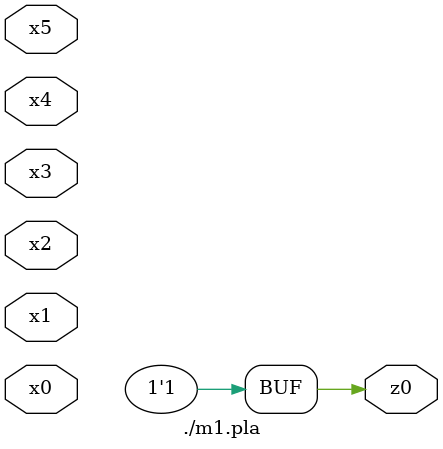
<source format=v>

module \./m1.pla  ( 
    x0, x1, x2, x3, x4, x5,
    z0  );
  input  x0, x1, x2, x3, x4, x5;
  output z0;
  assign z0 = 1'b1;
endmodule



</source>
